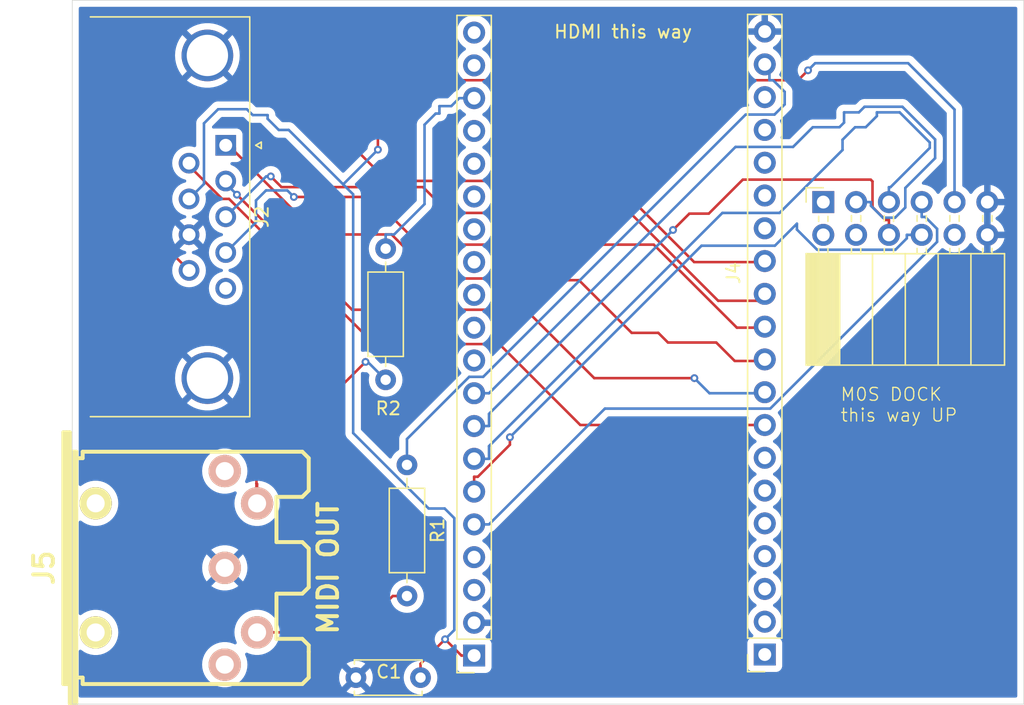
<source format=kicad_pcb>
(kicad_pcb (version 20221018) (generator pcbnew)
  (layers (0 "F.Cu" signal) (31 "B.Cu" signal) (34 "B.Paste" user) (35 "F.Paste" user) (36 "B.SilkS" user "B.Silkscreen") (37 "F.SilkS" user "F.Silkscreen") (38 "B.Mask" user) (39 "F.Mask" user) (44 "Edge.Cuts" user))
  (net 0 "")
  (net 11 "+3V3")
  (net 28 "GND")
  (net 30 "Net-(J5-Pad4)")
  (net 32 "down")
  (net 33 "up")
  (net 34 "right")
  (net 35 "left")
  (net 36 "btn1")
  (net 37 "btn0")
  (net 38 "miso")
  (net 39 "mosi")
  (net 40 "csn")
  (net 41 "sck")
  (net 42 "irq")
  (net 43 "midi-out")
  (net 45 "+5V")
  (net 46 "Net-(J5-Pad5)")
  (footprint "Connector_PinSocket_2.54mm:PinSocket_1x20_P2.54mm_Vertical" (layer "F.Cu") (at 122.55 81.24 180)
    (fp_text reference "J3" hide)
    (fp_text value "Conn_01x20_Socket" hide)
    (fp_line (start -1.33 1.27) (end -1.33 49.59) (stroke (width 0.12)) (layer "F.SilkS"))
    (fp_line (start -1.33 1.27) (end 1.33 1.27) (stroke (width 0.12)) (layer "F.SilkS"))
    (fp_line (start -1.33 49.59) (end 1.33 49.59) (stroke (width 0.12)) (layer "F.SilkS"))
    (fp_line (start 0 -1.33) (end 1.33 -1.33) (stroke (width 0.12)) (layer "F.SilkS"))
    (fp_line (start 1.33 -1.33) (end 1.33 0) (stroke (width 0.12)) (layer "F.SilkS"))
    (fp_line (start 1.33 1.27) (end 1.33 49.59) (stroke (width 0.12)) (layer "F.SilkS"))
    (pad "1" thru_hole rect (at 0 0 180) (size 1.7 1.7) (drill 1) (layers "*.Cu" "*.Mask") (net 45 "+5V"))
    (pad "2" thru_hole oval (at 0 2.54 180) (size 1.7 1.7) (drill 1) (layers "*.Cu" "*.Mask") (net 28 "GND"))
    (pad "3" thru_hole oval (at 0 5.08 180) (size 1.7 1.7) (drill 1) (layers "*.Cu" "*.Mask"))
    (pad "4" thru_hole oval (at 0 7.62 180) (size 1.7 1.7) (drill 1) (layers "*.Cu" "*.Mask"))
    (pad "5" thru_hole oval (at 0 10.16 180) (size 1.7 1.7) (drill 1) (layers "*.Cu" "*.Mask") (net 38 "miso"))
    (pad "6" thru_hole oval (at 0 12.7 180) (size 1.7 1.7) (drill 1) (layers "*.Cu" "*.Mask") (net 39 "mosi"))
    (pad "7" thru_hole oval (at 0 15.24 180) (size 1.7 1.7) (drill 1) (layers "*.Cu" "*.Mask") (net 40 "csn"))
    (pad "8" thru_hole oval (at 0 17.78 180) (size 1.7 1.7) (drill 1) (layers "*.Cu" "*.Mask") (net 41 "sck"))
    (pad "9" thru_hole oval (at 0 20.32 180) (size 1.7 1.7) (drill 1) (layers "*.Cu" "*.Mask") (net 42 "irq"))
    (pad "10" thru_hole oval (at 0 22.86 180) (size 1.7 1.7) (drill 1) (layers "*.Cu" "*.Mask"))
    (pad "11" thru_hole oval (at 0 25.4 180) (size 1.7 1.7) (drill 1) (layers "*.Cu" "*.Mask"))
    (pad "12" thru_hole oval (at 0 27.94 180) (size 1.7 1.7) (drill 1) (layers "*.Cu" "*.Mask"))
    (pad "13" thru_hole oval (at 0 30.48 180) (size 1.7 1.7) (drill 1) (layers "*.Cu" "*.Mask"))
    (pad "14" thru_hole oval (at 0 33.02 180) (size 1.7 1.7) (drill 1) (layers "*.Cu" "*.Mask"))
    (pad "15" thru_hole oval (at 0 35.56 180) (size 1.7 1.7) (drill 1) (layers "*.Cu" "*.Mask"))
    (pad "16" thru_hole oval (at 0 38.1 180) (size 1.7 1.7) (drill 1) (layers "*.Cu" "*.Mask"))
    (pad "17" thru_hole oval (at 0 40.64 180) (size 1.7 1.7) (drill 1) (layers "*.Cu" "*.Mask"))
    (pad "18" thru_hole oval (at 0 43.18 180) (size 1.7 1.7) (drill 1) (layers "*.Cu" "*.Mask") (net 43 "midi-out"))
    (pad "19" thru_hole oval (at 0 45.72 180) (size 1.7 1.7) (drill 1) (layers "*.Cu" "*.Mask"))
    (pad "20" thru_hole oval (at 0 48.26 180) (size 1.7 1.7) (drill 1) (layers "*.Cu" "*.Mask"))
  )
  (footprint "Connector_PinSocket_2.54mm:PinSocket_1x20_P2.54mm_Vertical" (layer "F.Cu") (at 145.05 81.16 180)
    (fp_text reference "J1" hide)
    (fp_text value "Conn_01x20_Socket" hide)
    (fp_line (start -1.33 1.27) (end -1.33 49.59) (stroke (width 0.12)) (layer "F.SilkS"))
    (fp_line (start -1.33 1.27) (end 1.33 1.27) (stroke (width 0.12)) (layer "F.SilkS"))
    (fp_line (start -1.33 49.59) (end 1.33 49.59) (stroke (width 0.12)) (layer "F.SilkS"))
    (fp_line (start 0 -1.33) (end 1.33 -1.33) (stroke (width 0.12)) (layer "F.SilkS"))
    (fp_line (start 1.33 -1.33) (end 1.33 0) (stroke (width 0.12)) (layer "F.SilkS"))
    (fp_line (start 1.33 1.27) (end 1.33 49.59) (stroke (width 0.12)) (layer "F.SilkS"))
    (pad "1" thru_hole rect (at 0 0 180) (size 1.7 1.7) (drill 1) (layers "*.Cu" "*.Mask"))
    (pad "2" thru_hole oval (at 0 2.54 180) (size 1.7 1.7) (drill 1) (layers "*.Cu" "*.Mask"))
    (pad "3" thru_hole oval (at 0 5.08 180) (size 1.7 1.7) (drill 1) (layers "*.Cu" "*.Mask"))
    (pad "4" thru_hole oval (at 0 7.62 180) (size 1.7 1.7) (drill 1) (layers "*.Cu" "*.Mask"))
    (pad "5" thru_hole oval (at 0 10.16 180) (size 1.7 1.7) (drill 1) (layers "*.Cu" "*.Mask"))
    (pad "6" thru_hole oval (at 0 12.7 180) (size 1.7 1.7) (drill 1) (layers "*.Cu" "*.Mask"))
    (pad "7" thru_hole oval (at 0 15.24 180) (size 1.7 1.7) (drill 1) (layers "*.Cu" "*.Mask"))
    (pad "8" thru_hole oval (at 0 17.78 180) (size 1.7 1.7) (drill 1) (layers "*.Cu" "*.Mask") (net 37 "btn0"))
    (pad "9" thru_hole oval (at 0 20.32 180) (size 1.7 1.7) (drill 1) (layers "*.Cu" "*.Mask") (net 32 "down"))
    (pad "10" thru_hole oval (at 0 22.86 180) (size 1.7 1.7) (drill 1) (layers "*.Cu" "*.Mask") (net 33 "up"))
    (pad "11" thru_hole oval (at 0 25.4 180) (size 1.7 1.7) (drill 1) (layers "*.Cu" "*.Mask") (net 34 "right"))
    (pad "12" thru_hole oval (at 0 27.94 180) (size 1.7 1.7) (drill 1) (layers "*.Cu" "*.Mask") (net 35 "left"))
    (pad "13" thru_hole oval (at 0 30.48 180) (size 1.7 1.7) (drill 1) (layers "*.Cu" "*.Mask") (net 36 "btn1"))
    (pad "14" thru_hole oval (at 0 33.02 180) (size 1.7 1.7) (drill 1) (layers "*.Cu" "*.Mask"))
    (pad "15" thru_hole oval (at 0 35.56 180) (size 1.7 1.7) (drill 1) (layers "*.Cu" "*.Mask"))
    (pad "16" thru_hole oval (at 0 38.1 180) (size 1.7 1.7) (drill 1) (layers "*.Cu" "*.Mask"))
    (pad "17" thru_hole oval (at 0 40.64 180) (size 1.7 1.7) (drill 1) (layers "*.Cu" "*.Mask"))
    (pad "18" thru_hole oval (at 0 43.18 180) (size 1.7 1.7) (drill 1) (layers "*.Cu" "*.Mask"))
    (pad "19" thru_hole oval (at 0 45.72 180) (size 1.7 1.7) (drill 1) (layers "*.Cu" "*.Mask") (net 11 "+3V3"))
    (pad "20" thru_hole oval (at 0 48.26 180) (size 1.7 1.7) (drill 1) (layers "*.Cu" "*.Mask") (net 28 "GND"))
  )
  (footprint "Connector_Dsub:DSUB-9_Male_Horizontal_P2.77x2.84mm_EdgePinOffset7.70mm_Housed_MountingHolesOffset9.12mm" (layer "F.Cu") (at 103.32 41.71 -90)
    (fp_text reference "J2" (at 5.54 -2.8 90) (layer "F.SilkS"))
    (fp_text value "Joy")
    (fp_line (start -9.945 -1.86) (end 21.025 -1.86) (stroke (width 0.12)) (layer "F.SilkS"))
    (fp_line (start -9.945 10.48) (end -9.945 -1.86) (stroke (width 0.12)) (layer "F.SilkS"))
    (fp_line (start -0.25 -2.754338) (end 0.25 -2.754338) (stroke (width 0.12)) (layer "F.SilkS"))
    (fp_line (start 0 -2.321325) (end -0.25 -2.754338) (stroke (width 0.12)) (layer "F.SilkS"))
    (fp_line (start 0.25 -2.754338) (end 0 -2.321325) (stroke (width 0.12)) (layer "F.SilkS"))
    (fp_line (start 21.025 -1.86) (end 21.025 10.48) (stroke (width 0.12)) (layer "F.SilkS"))
    (pad "0" thru_hole circle (at -6.96 1.42 270) (size 4 4) (drill 3.2) (layers "*.Cu" "*.Mask") (net 28 "GND"))
    (pad "0" thru_hole circle (at 18.04 1.42 270) (size 4 4) (drill 3.2) (layers "*.Cu" "*.Mask") (net 28 "GND"))
    (pad "1" thru_hole rect (at 0 0 270) (size 1.6 1.6) (drill 1) (layers "*.Cu" "*.Mask") (net 33 "up"))
    (pad "2" thru_hole circle (at 2.77 0 270) (size 1.6 1.6) (drill 1) (layers "*.Cu" "*.Mask") (net 32 "down"))
    (pad "3" thru_hole circle (at 5.54 0 270) (size 1.6 1.6) (drill 1) (layers "*.Cu" "*.Mask") (net 35 "left"))
    (pad "4" thru_hole circle (at 8.31 0 270) (size 1.6 1.6) (drill 1) (layers "*.Cu" "*.Mask") (net 34 "right"))
    (pad "5" thru_hole circle (at 11.08 0 270) (size 1.6 1.6) (drill 1) (layers "*.Cu" "*.Mask"))
    (pad "6" thru_hole circle (at 1.385 2.84 270) (size 1.6 1.6) (drill 1) (layers "*.Cu" "*.Mask") (net 37 "btn0"))
    (pad "7" thru_hole circle (at 4.155 2.84 270) (size 1.6 1.6) (drill 1) (layers "*.Cu" "*.Mask") (net 45 "+5V"))
    (pad "8" thru_hole circle (at 6.925 2.84 270) (size 1.6 1.6) (drill 1) (layers "*.Cu" "*.Mask") (net 28 "GND"))
    (pad "9" thru_hole circle (at 9.695 2.84 270) (size 1.6 1.6) (drill 1) (layers "*.Cu" "*.Mask") (net 36 "btn1"))
  )
  (footprint "Capacitor_THT:C_Disc_D5.0mm_W2.5mm_P5.00mm" (layer "F.Cu") (at 118.4 82.95 180)
    (fp_text reference "C1" (at 2.45 0.45) (layer "F.SilkS"))
    (fp_text value "100n")
    (fp_line (start -0.12 -1.37) (end -0.12 -1.055) (stroke (width 0.12)) (layer "F.SilkS"))
    (fp_line (start -0.12 -1.37) (end 5.12 -1.37) (stroke (width 0.12)) (layer "F.SilkS"))
    (fp_line (start -0.12 1.055) (end -0.12 1.37) (stroke (width 0.12)) (layer "F.SilkS"))
    (fp_line (start -0.12 1.37) (end 5.12 1.37) (stroke (width 0.12)) (layer "F.SilkS"))
    (fp_line (start 5.12 -1.37) (end 5.12 -1.055) (stroke (width 0.12)) (layer "F.SilkS"))
    (fp_line (start 5.12 1.055) (end 5.12 1.37) (stroke (width 0.12)) (layer "F.SilkS"))
    (pad "1" thru_hole circle (at 0 0 180) (size 1.6 1.6) (drill 0.8) (layers "*.Cu" "*.Mask") (net 45 "+5V"))
    (pad "2" thru_hole circle (at 5 0 180) (size 1.6 1.6) (drill 0.8) (layers "*.Cu" "*.Mask") (net 28 "GND"))
  )
  (footprint "Resistor_THT:R_Axial_DIN0207_L6.3mm_D2.5mm_P10.16mm_Horizontal" (layer "F.Cu") (at 117.35 66.47 -90)
    (fp_text reference "R1" (at 5.08 -2.37 90) (layer "F.SilkS"))
    (fp_text value "100")
    (fp_line (start 1.04 0) (end 1.81 0) (stroke (width 0.12)) (layer "F.SilkS"))
    (fp_line (start 1.81 -1.37) (end 1.81 1.37) (stroke (width 0.12)) (layer "F.SilkS"))
    (fp_line (start 1.81 1.37) (end 8.35 1.37) (stroke (width 0.12)) (layer "F.SilkS"))
    (fp_line (start 8.35 -1.37) (end 1.81 -1.37) (stroke (width 0.12)) (layer "F.SilkS"))
    (fp_line (start 8.35 1.37) (end 8.35 -1.37) (stroke (width 0.12)) (layer "F.SilkS"))
    (fp_line (start 9.12 0) (end 8.35 0) (stroke (width 0.12)) (layer "F.SilkS"))
    (pad "1" thru_hole circle (at 0 0 270) (size 1.6 1.6) (drill 0.8) (layers "*.Cu" "*.Mask") (net 11 "+3V3"))
    (pad "2" thru_hole oval (at 10.16 0 270) (size 1.6 1.6) (drill 0.8) (layers "*.Cu" "*.Mask") (net 30 "Net-(J5-Pad4)"))
  )
  (footprint "Eurocad:MIDI_DIN5" (layer "F.Cu") (at 100.2477 74.4487 -90)
    (fp_text reference "J5" (at 0 11.00074 90) (layer "F.SilkS") (effects (font (size 1.524 1.524) (thickness 0.3048))))
    (fp_text value "MIDI OUT" (at 0 -11.00074 90) (layer "F.SilkS") (effects (font (size 1.524 1.524) (thickness 0.3048))))
    (fp_line (start -10.50036 8.99922) (end -8.99922 8.99922) (stroke (width 0.3048)) (layer "F.SilkS"))
    (fp_line (start -10.50036 9.25068) (end 8.99922 9.25068) (stroke (width 0.3048)) (layer "F.SilkS"))
    (fp_line (start -10.50036 9.4996) (end -10.50036 8.99922) (stroke (width 0.3048)) (layer "F.SilkS"))
    (fp_line (start -8.99922 -8.99922) (end -8.99922 8.001) (stroke (width 0.3048)) (layer "F.SilkS"))
    (fp_line (start -8.99922 -8.99922) (end -8.49884 -9.4996) (stroke (width 0.3048)) (layer "F.SilkS"))
    (fp_line (start -8.99922 8.001) (end -8.49884 8.001) (stroke (width 0.3048)) (layer "F.SilkS"))
    (fp_line (start -8.99922 8.49884) (end 10.50036 8.49884) (stroke (width 0.3048)) (layer "F.SilkS"))
    (fp_line (start -8.99922 8.7503) (end 10.50036 8.7503) (stroke (width 0.3048)) (layer "F.SilkS"))
    (fp_line (start -8.99922 8.99922) (end -8.99922 8.49884) (stroke (width 0.3048)) (layer "F.SilkS"))
    (fp_line (start -8.49884 -9.4996) (end -5.99948 -9.4996) (stroke (width 0.3048)) (layer "F.SilkS"))
    (fp_line (start -8.49884 8.001) (end -8.49884 8.49884) (stroke (width 0.3048)) (layer "F.SilkS"))
    (fp_line (start -5.99948 -9.4996) (end -5.4991 -8.99922) (stroke (width 0.3048)) (layer "F.SilkS"))
    (fp_line (start -5.4991 -8.99922) (end -5.4991 -7.00024) (stroke (width 0.3048)) (layer "F.SilkS"))
    (fp_line (start -5.4991 -7.00024) (end -1.99898 -7.00024) (stroke (width 0.3048)) (layer "F.SilkS"))
    (fp_line (start -1.99898 -8.99922) (end -1.99898 -7.00024) (stroke (width 0.3048)) (layer "F.SilkS"))
    (fp_line (start -1.50114 -9.4996) (end -1.99898 -8.99922) (stroke (width 0.3048)) (layer "F.SilkS"))
    (fp_line (start -1.50114 -9.4996) (end 1.50114 -9.4996) (stroke (width 0.3048)) (layer "F.SilkS"))
    (fp_line (start 1.50114 -9.4996) (end 1.99898 -8.99922) (stroke (width 0.3048)) (layer "F.SilkS"))
    (fp_line (start 1.99898 -8.99922) (end 1.99898 -7.00024) (stroke (width 0.3048)) (layer "F.SilkS"))
    (fp_line (start 5.4991 -8.99922) (end 5.4991 -7.00024) (stroke (width 0.3048)) (layer "F.SilkS"))
    (fp_line (start 5.4991 -7.00024) (end 1.99898 -7.00024) (stroke (width 0.3048)) (layer "F.SilkS"))
    (fp_line (start 5.99948 -9.4996) (end 5.4991 -8.99922) (stroke (width 0.3048)) (layer "F.SilkS"))
    (fp_line (start 6.49986 -9.4996) (end 5.99948 -9.4996) (stroke (width 0.3048)) (layer "F.SilkS"))
    (fp_line (start 8.49884 -9.4996) (end 6.49986 -9.4996) (stroke (width 0.3048)) (layer "F.SilkS"))
    (fp_line (start 8.49884 8.49884) (end 8.49884 8.001) (stroke (width 0.3048)) (layer "F.SilkS"))
    (fp_line (start 8.99922 -8.99922) (end 8.49884 -9.4996) (stroke (width 0.3048)) (layer "F.SilkS"))
    (fp_line (start 8.99922 -8.99922) (end 8.99922 8.001) (stroke (width 0.3048)) (layer "F.SilkS"))
    (fp_line (start 8.99922 8.001) (end 8.49884 8.001) (stroke (width 0.3048)) (layer "F.SilkS"))
    (fp_line (start 8.99922 8.99922) (end -8.99922 8.99922) (stroke (width 0.3048)) (layer "F.SilkS"))
    (fp_line (start 8.99922 8.99922) (end 8.99922 9.4996) (stroke (width 0.3048)) (layer "F.SilkS"))
    (fp_line (start 8.99922 9.4996) (end -10.50036 9.4996) (stroke (width 0.3048)) (layer "F.SilkS"))
    (fp_line (start 10.50036 8.49884) (end 10.50036 8.99922) (stroke (width 0.3048)) (layer "F.SilkS"))
    (fp_line (start 10.50036 8.99922) (end 8.99922 8.99922) (stroke (width 0.3048)) (layer "F.SilkS"))
    (pad "" np_thru_hole circle (at -5.00126 6.9977 270) (size 2.49936 2.49936) (drill 1.397) (layers "*.Cu" "*.Mask" "F.SilkS"))
    (pad "" np_thru_hole circle (at 5.00126 6.9977 270) (size 2.49936 2.49936) (drill 1.397) (layers "*.Cu" "*.Mask" "F.SilkS"))
    (pad "1" thru_hole circle (at 7.49808 -2.9972 270) (size 2.49936 2.49936) (drill 1.397) (layers "*.Cu" "*.SilkS" "*.Mask"))
    (pad "2" thru_hole circle (at 0 -2.99974 270) (size 2.49936 2.49936) (drill 1.397) (layers "*.Cu" "*.SilkS" "*.Mask") (net 28 "GND"))
    (pad "3" thru_hole circle (at -7.49808 -2.9972 270) (size 2.49936 2.49936) (drill 1.397) (layers "*.Cu" "*.SilkS" "*.Mask"))
    (pad "4" thru_hole circle (at 4.99618 -5.4991 270) (size 2.49936 2.49936) (drill 1.397) (layers "*.Cu" "*.SilkS" "*.Mask") (net 30 "Net-(J5-Pad4)"))
    (pad "5" thru_hole circle (at -4.99618 -5.4991 270) (size 2.49936 2.49936) (drill 1.397) (layers "*.Cu" "*.SilkS" "*.Mask") (net 46 "Net-(J5-Pad5)"))
  )
  (footprint "Resistor_THT:R_Axial_DIN0207_L6.3mm_D2.5mm_P10.16mm_Horizontal" (layer "F.Cu") (at 115.7 59.88 90)
    (fp_text reference "R2" (at -2.22 0.2 180) (layer "F.SilkS"))
    (fp_text value "100")
    (fp_line (start 1.04 0) (end 1.81 0) (stroke (width 0.12)) (layer "F.SilkS"))
    (fp_line (start 1.81 -1.37) (end 1.81 1.37) (stroke (width 0.12)) (layer "F.SilkS"))
    (fp_line (start 1.81 1.37) (end 8.35 1.37) (stroke (width 0.12)) (layer "F.SilkS"))
    (fp_line (start 8.35 -1.37) (end 1.81 -1.37) (stroke (width 0.12)) (layer "F.SilkS"))
    (fp_line (start 8.35 1.37) (end 8.35 -1.37) (stroke (width 0.12)) (layer "F.SilkS"))
    (fp_line (start 9.12 0) (end 8.35 0) (stroke (width 0.12)) (layer "F.SilkS"))
    (pad "1" thru_hole circle (at 0 0 90) (size 1.6 1.6) (drill 0.8) (layers "*.Cu" "*.Mask") (net 46 "Net-(J5-Pad5)"))
    (pad "2" thru_hole oval (at 10.16 0 90) (size 1.6 1.6) (drill 0.8) (layers "*.Cu" "*.Mask") (net 43 "midi-out"))
  )
  (footprint "Connector_PinSocket_2.54mm:PinSocket_2x06_P2.54mm_Horizontal" (layer "F.Cu") (at 149.58 46.11 90)
    (fp_text reference "J4" (at -5.49 -6.95 90) (layer "F.SilkS"))
    (fp_text value "M0S")
    (fp_line (start -12.63 -1.33) (end -12.63 14.03) (stroke (width 0.12)) (layer "F.SilkS"))
    (fp_line (start -12.63 -1.33) (end -4 -1.33) (stroke (width 0.12)) (layer "F.SilkS"))
    (fp_line (start -12.63 -1.21) (end -4 -1.21) (stroke (width 0.12)) (layer "F.SilkS"))
    (fp_line (start -12.63 -1.091905) (end -4 -1.091905) (stroke (width 0.12)) (layer "F.SilkS"))
    (fp_line (start -12.63 -0.97381) (end -4 -0.97381) (stroke (width 0.12)) (layer "F.SilkS"))
    (fp_line (start -12.63 -0.855715) (end -4 -0.855715) (stroke (width 0.12)) (layer "F.SilkS"))
    (fp_line (start -12.63 -0.73762) (end -4 -0.73762) (stroke (width 0.12)) (layer "F.SilkS"))
    (fp_line (start -12.63 -0.619525) (end -4 -0.619525) (stroke (width 0.12)) (layer "F.SilkS"))
    (fp_line (start -12.63 -0.50143) (end -4 -0.50143) (stroke (width 0.12)) (layer "F.SilkS"))
    (fp_line (start -12.63 -0.383335) (end -4 -0.383335) (stroke (width 0.12)) (layer "F.SilkS"))
    (fp_line (start -12.63 -0.26524) (end -4 -0.26524) (stroke (width 0.12)) (layer "F.SilkS"))
    (fp_line (start -12.63 -0.147145) (end -4 -0.147145) (stroke (width 0.12)) (layer "F.SilkS"))
    (fp_line (start -12.63 -0.02905) (end -4 -0.02905) (stroke (width 0.12)) (layer "F.SilkS"))
    (fp_line (start -12.63 0.089045) (end -4 0.089045) (stroke (width 0.12)) (layer "F.SilkS"))
    (fp_line (start -12.63 0.20714) (end -4 0.20714) (stroke (width 0.12)) (layer "F.SilkS"))
    (fp_line (start -12.63 0.325235) (end -4 0.325235) (stroke (width 0.12)) (layer "F.SilkS"))
    (fp_line (start -12.63 0.44333) (end -4 0.44333) (stroke (width 0.12)) (layer "F.SilkS"))
    (fp_line (start -12.63 0.561425) (end -4 0.561425) (stroke (width 0.12)) (layer "F.SilkS"))
    (fp_line (start -12.63 0.67952) (end -4 0.67952) (stroke (width 0.12)) (layer "F.SilkS"))
    (fp_line (start -12.63 0.797615) (end -4 0.797615) (stroke (width 0.12)) (layer "F.SilkS"))
    (fp_line (start -12.63 0.91571) (end -4 0.91571) (stroke (width 0.12)) (layer "F.SilkS"))
    (fp_line (start -12.63 1.033805) (end -4 1.033805) (stroke (width 0.12)) (layer "F.SilkS"))
    (fp_line (start -12.63 1.1519) (end -4 1.1519) (stroke (width 0.12)) (layer "F.SilkS"))
    (fp_line (start -12.63 1.27) (end -4 1.27) (stroke (width 0.12)) (layer "F.SilkS"))
    (fp_line (start -12.63 3.81) (end -4 3.81) (stroke (width 0.12)) (layer "F.SilkS"))
    (fp_line (start -12.63 6.35) (end -4 6.35) (stroke (width 0.12)) (layer "F.SilkS"))
    (fp_line (start -12.63 8.89) (end -4 8.89) (stroke (width 0.12)) (layer "F.SilkS"))
    (fp_line (start -12.63 11.43) (end -4 11.43) (stroke (width 0.12)) (layer "F.SilkS"))
    (fp_line (start -12.63 14.03) (end -4 14.03) (stroke (width 0.12)) (layer "F.SilkS"))
    (fp_line (start -4 -1.33) (end -4 14.03) (stroke (width 0.12)) (layer "F.SilkS"))
    (fp_line (start -4 -0.36) (end -3.59 -0.36) (stroke (width 0.12)) (layer "F.SilkS"))
    (fp_line (start -4 0.36) (end -3.59 0.36) (stroke (width 0.12)) (layer "F.SilkS"))
    (fp_line (start -4 2.18) (end -3.59 2.18) (stroke (width 0.12)) (layer "F.SilkS"))
    (fp_line (start -4 2.9) (end -3.59 2.9) (stroke (width 0.12)) (layer "F.SilkS"))
    (fp_line (start -4 4.72) (end -3.59 4.72) (stroke (width 0.12)) (layer "F.SilkS"))
    (fp_line (start -4 5.44) (end -3.59 5.44) (stroke (width 0.12)) (layer "F.SilkS"))
    (fp_line (start -4 7.26) (end -3.59 7.26) (stroke (width 0.12)) (layer "F.SilkS"))
    (fp_line (start -4 7.98) (end -3.59 7.98) (stroke (width 0.12)) (layer "F.SilkS"))
    (fp_line (start -4 9.8) (end -3.59 9.8) (stroke (width 0.12)) (layer "F.SilkS"))
    (fp_line (start -4 10.52) (end -3.59 10.52) (stroke (width 0.12)) (layer "F.SilkS"))
    (fp_line (start -4 12.34) (end -3.59 12.34) (stroke (width 0.12)) (layer "F.SilkS"))
    (fp_line (start -4 13.06) (end -3.59 13.06) (stroke (width 0.12)) (layer "F.SilkS"))
    (fp_line (start -1.49 -0.36) (end -1.11 -0.36) (stroke (width 0.12)) (layer "F.SilkS"))
    (fp_line (start -1.49 0.36) (end -1.11 0.36) (stroke (width 0.12)) (layer "F.SilkS"))
    (fp_line (start -1.49 2.18) (end -1.05 2.18) (stroke (width 0.12)) (layer "F.SilkS"))
    (fp_line (start -1.49 2.9) (end -1.05 2.9) (stroke (width 0.12)) (layer "F.SilkS"))
    (fp_line (start -1.49 4.72) (end -1.05 4.72) (stroke (width 0.12)) (layer "F.SilkS"))
    (fp_line (start -1.49 5.44) (end -1.05 5.44) (stroke (width 0.12)) (layer "F.SilkS"))
    (fp_line (start -1.49 7.26) (end -1.05 7.26) (stroke (width 0.12)) (layer "F.SilkS"))
    (fp_line (start -1.49 7.98) (end -1.05 7.98) (stroke (width 0.12)) (layer "F.SilkS"))
    (fp_line (start -1.49 9.8) (end -1.05 9.8) (stroke (width 0.12)) (layer "F.SilkS"))
    (fp_line (start -1.49 10.52) (end -1.05 10.52) (stroke (width 0.12)) (layer "F.SilkS"))
    (fp_line (start -1.49 12.34) (end -1.05 12.34) (stroke (width 0.12)) (layer "F.SilkS"))
    (fp_line (start -1.49 13.06) (end -1.05 13.06) (stroke (width 0.12)) (layer "F.SilkS"))
    (fp_line (start 0 -1.33) (end 1.11 -1.33) (stroke (width 0.12)) (layer "F.SilkS"))
    (fp_line (start 1.11 -1.33) (end 1.11 0) (stroke (width 0.12)) (layer "F.SilkS"))
    (pad "1" thru_hole rect (at 0 0 90) (size 1.7 1.7) (drill 1) (layers "*.Cu" "*.Mask"))
    (pad "2" thru_hole oval (at -2.54 0 90) (size 1.7 1.7) (drill 1) (layers "*.Cu" "*.Mask"))
    (pad "3" thru_hole oval (at 0 2.54 90) (size 1.7 1.7) (drill 1) (layers "*.Cu" "*.Mask") (net 42 "irq"))
    (pad "4" thru_hole oval (at -2.54 2.54 90) (size 1.7 1.7) (drill 1) (layers "*.Cu" "*.Mask"))
    (pad "5" thru_hole oval (at 0 5.08 90) (size 1.7 1.7) (drill 1) (layers "*.Cu" "*.Mask") (net 40 "csn"))
    (pad "6" thru_hole oval (at -2.54 5.08 90) (size 1.7 1.7) (drill 1) (layers "*.Cu" "*.Mask") (net 41 "sck"))
    (pad "7" thru_hole oval (at 0 7.62 90) (size 1.7 1.7) (drill 1) (layers "*.Cu" "*.Mask") (net 38 "miso"))
    (pad "8" thru_hole oval (at -2.54 7.62 90) (size 1.7 1.7) (drill 1) (layers "*.Cu" "*.Mask") (net 39 "mosi"))
    (pad "9" thru_hole oval (at 0 10.16 90) (size 1.7 1.7) (drill 1) (layers "*.Cu" "*.Mask") (net 45 "+5V"))
    (pad "10" thru_hole oval (at -2.54 10.16 90) (size 1.7 1.7) (drill 1) (layers "*.Cu" "*.Mask"))
    (pad "11" thru_hole oval (at 0 12.7 90) (size 1.7 1.7) (drill 1) (layers "*.Cu" "*.Mask") (net 28 "GND"))
    (pad "12" thru_hole oval (at -2.54 12.7 90) (size 1.7 1.7) (drill 1) (layers "*.Cu" "*.Mask") (net 28 "GND"))
  )
  (gr_rect (start 91.44 30.48) (end 165.1 85) (stroke (width 0.05)) (fill none) (layer "Edge.Cuts"))
  (gr_text "M0S DOCK\nthis way UP" (at 150.85 63.2) (layer "F.SilkS") (effects (font (size 1 1) (thickness 0.1)) (justify left bottom)))
  (gr_text "HDMI this way" (at 128.65 33.5) (layer "F.SilkS") (effects (font (size 1 1)) (justify left bottom)))
  (segment (start 123.253 59.6485) (end 122.169 59.6485) (width 0.2) (layer "B.Cu") (net 11))
  (segment (start 146.593 37.5672) (end 146.593 38.5408) (width 0.2) (layer "B.Cu") (net 11))
  (segment (start 143.572 39.33) (end 123.253 59.6485) (width 0.2) (layer "B.Cu") (net 11))
  (segment (start 145.05 35.7359) (end 145.41 36.0959) (width 0.2) (layer "B.Cu") (net 11))
  (segment (start 117.35 64.4674) (end 117.35 66.47) (width 0.2) (layer "B.Cu") (net 11))
  (segment (start 145.41 36.0959) (end 145.41 36.6719) (width 0.2) (layer "B.Cu") (net 11))
  (segment (start 145.804 39.33) (end 143.572 39.33) (width 0.2) (layer "B.Cu") (net 11))
  (segment (start 145.41 36.6719) (end 145.698 36.6719) (width 0.2) (layer "B.Cu") (net 11))
  (segment (start 122.169 59.6485) (end 117.35 64.4674) (width 0.2) (layer "B.Cu") (net 11))
  (segment (start 145.698 36.6719) (end 146.593 37.5672) (width 0.2) (layer "B.Cu") (net 11))
  (segment (start 146.593 38.5408) (end 145.804 39.33) (width 0.2) (layer "B.Cu") (net 11))
  (segment (start 117.35 76.63) (end 116.248 76.63) (width 0.2) (layer "F.Cu") (net 30))
  (segment (start 116.248 76.63) (end 113.433 79.4449) (width 0.2) (layer "F.Cu") (net 30))
  (segment (start 113.433 79.4449) (end 105.747 79.4449) (width 0.2) (layer "F.Cu") (net 30))
  (segment (start 104.186 45.5357) (end 113.1 54.45) (width 0.2) (layer "F.Cu") (net 32))
  (segment (start 131.85 59.75) (end 139.6 59.75) (width 0.2) (layer "F.Cu") (net 32))
  (segment (start 125.75 54.45) (end 126.15 54.05) (width 0.2) (layer "F.Cu") (net 32))
  (segment (start 113.1 54.45) (end 125.75 54.45) (width 0.2) (layer "F.Cu") (net 32))
  (segment (start 126.15 54.05) (end 131.85 59.75) (width 0.2) (layer "F.Cu") (net 32))
  (via (at 139.6 59.75) (size 0.6) (drill 0.3) (layers "F.Cu" "B.Cu") (net 32))
  (via (at 104.186 45.5357) (size 0.6) (drill 0.3) (layers "F.Cu" "B.Cu") (net 32))
  (segment (start 139.6 59.75) (end 140.77 60.92) (width 0.2) (layer "B.Cu") (net 32))
  (segment (start 103.32 44.67) (end 104.186 45.5357) (width 0.2) (layer "B.Cu") (net 32))
  (segment (start 140.77 60.92) (end 144.97 60.92) (width 0.2) (layer "B.Cu") (net 32))
  (segment (start 104.022 42.198) (end 110.461 48.6375) (width 0.2) (layer "F.Cu") (net 33))
  (segment (start 104.022 41.91) (end 104.022 42.198) (width 0.2) (layer "F.Cu") (net 33))
  (segment (start 120.448 52.03) (end 123.7 52.03) (width 0.2) (layer "F.Cu") (net 33))
  (segment (start 118.428 50.0102) (end 120.448 52.03) (width 0.2) (layer "F.Cu") (net 33))
  (segment (start 103.822 41.71) (end 104.022 41.91) (width 0.2) (layer "F.Cu") (net 33))
  (segment (start 123.831 52.1603) (end 130.664 52.1603) (width 0.2) (layer "F.Cu") (net 33))
  (segment (start 142.723 58.42) (end 144.93 58.42) (width 0.2) (layer "F.Cu") (net 33))
  (segment (start 110.479 48.6196) (end 114.241 48.6196) (width 0.2) (layer "F.Cu") (net 33))
  (segment (start 136.806 56.2404) (end 137.556 56.9904) (width 0.2) (layer "F.Cu") (net 33))
  (segment (start 130.664 52.1603) (end 134.744 56.2404) (width 0.2) (layer "F.Cu") (net 33))
  (segment (start 134.744 56.2404) (end 136.806 56.2404) (width 0.2) (layer "F.Cu") (net 33))
  (segment (start 123.7 52.03) (end 123.831 52.1603) (width 0.2) (layer "F.Cu") (net 33))
  (segment (start 114.241 48.6196) (end 114.243 48.6181) (width 0.2) (layer "F.Cu") (net 33))
  (segment (start 116.156 48.6181) (end 117.549 50.0102) (width 0.2) (layer "F.Cu") (net 33))
  (segment (start 137.556 56.9904) (end 141.293 56.9904) (width 0.2) (layer "F.Cu") (net 33))
  (segment (start 141.293 56.9904) (end 142.723 58.42) (width 0.2) (layer "F.Cu") (net 33))
  (segment (start 110.461 48.6374) (end 110.479 48.6196) (width 0.2) (layer "F.Cu") (net 33))
  (segment (start 117.549 50.0102) (end 118.428 50.0102) (width 0.2) (layer "F.Cu") (net 33))
  (segment (start 114.243 48.6181) (end 116.156 48.6181) (width 0.2) (layer "F.Cu") (net 33))
  (segment (start 110.461 48.6375) (end 110.461 48.6374) (width 0.2) (layer "F.Cu") (net 33))
  (segment (start 114.621 45.7133) (end 118.314 49.4069) (width 0.2) (layer "F.Cu") (net 34))
  (segment (start 136.456 49.4069) (end 142.89 55.84) (width 0.2) (layer "F.Cu") (net 34))
  (segment (start 118.314 49.4069) (end 136.456 49.4069) (width 0.2) (layer "F.Cu") (net 34))
  (segment (start 108.595 45.7133) (end 114.621 45.7133) (width 0.2) (layer "F.Cu") (net 34))
  (segment (start 142.89 55.84) (end 144.97 55.84) (width 0.2) (layer "F.Cu") (net 34))
  (via (at 108.595 45.7133) (size 0.6) (drill 0.3) (layers "F.Cu" "B.Cu") (net 34))
  (segment (start 108.089 45.2071) (end 108.595 45.7133) (width 0.2) (layer "B.Cu") (net 34))
  (segment (start 103.32 50.02) (end 105.664 47.6763) (width 0.2) (layer "B.Cu") (net 34))
  (segment (start 106.439 45.2071) (end 108.089 45.2071) (width 0.2) (layer "B.Cu") (net 34))
  (segment (start 105.664 47.6763) (end 105.664 45.9823) (width 0.2) (layer "B.Cu") (net 34))
  (segment (start 105.664 45.9823) (end 106.439 45.2071) (width 0.2) (layer "B.Cu") (net 34))
  (segment (start 144.954 53.756) (end 144.514 53.756) (width 0.2) (layer "F.Cu") (net 35))
  (segment (start 134.635 46.95) (end 120.592 46.95) (width 0.2) (layer "F.Cu") (net 35))
  (segment (start 120.592 46.95) (end 118.592 44.9499) (width 0.2) (layer "F.Cu") (net 35))
  (segment (start 144.514 53.756) (end 145.05 53.22) (width 0.2) (layer "F.Cu") (net 35))
  (segment (start 144.514 53.756) (end 141.441 53.756) (width 0.2) (layer "F.Cu") (net 35))
  (segment (start 141.441 53.756) (end 134.635 46.95) (width 0.2) (layer "F.Cu") (net 35))
  (segment (start 118.592 44.9499) (end 107.636 44.9499) (width 0.2) (layer "F.Cu") (net 35))
  (segment (start 107.636 44.9499) (end 106.808 44.1223) (width 0.2) (layer "F.Cu") (net 35))
  (via (at 106.808 44.1223) (size 0.6) (drill 0.3) (layers "F.Cu" "B.Cu") (net 35))
  (segment (start 106.448 44.1223) (end 106.808 44.1223) (width 0.2) (layer "B.Cu") (net 35))
  (segment (start 103.32 47.25) (end 106.448 44.1223) (width 0.2) (layer "B.Cu") (net 35))
  (segment (start 144.97 50.76) (end 139.586 50.76) (width 0.2) (layer "F.Cu") (net 36))
  (segment (start 97.3357 48.2607) (end 100.48 51.405) (width 0.2) (layer "F.Cu") (net 36))
  (segment (start 115.827 44.4699) (end 109.127 37.7697) (width 0.2) (layer "F.Cu") (net 36))
  (segment (start 97.3357 39.2446) (end 97.3357 48.2607) (width 0.2) (layer "F.Cu") (net 36))
  (segment (start 98.8106 37.7697) (end 97.3357 39.2446) (width 0.2) (layer "F.Cu") (net 36))
  (segment (start 139.586 50.76) (end 133.296 44.4699) (width 0.2) (layer "F.Cu") (net 36))
  (segment (start 133.296 44.4699) (end 115.827 44.4699) (width 0.2) (layer "F.Cu") (net 36))
  (segment (start 109.127 37.7697) (end 98.8106 37.7697) (width 0.2) (layer "F.Cu") (net 36))
  (segment (start 145.05 63.38) (end 130.77 63.38) (width 0.2) (layer "F.Cu") (net 37))
  (segment (start 124.5 57.11) (end 114.8238 57.11) (width 0.2) (layer "F.Cu") (net 37))
  (segment (start 130.77 63.38) (end 124.5 57.11) (width 0.2) (layer "F.Cu") (net 37))
  (segment (start 103.0461 45.865) (end 100.48 43.2989) (width 0.2) (layer "F.Cu") (net 37))
  (segment (start 103.5788 45.865) (end 103.0461 45.865) (width 0.2) (layer "F.Cu") (net 37))
  (segment (start 114.8238 57.11) (end 103.5788 45.865) (width 0.2) (layer "F.Cu") (net 37))
  (segment (start 123.7019 71.08) (end 132.6719 62.11) (width 0.2) (layer "B.Cu") (net 38))
  (segment (start 122.55 71.08) (end 123.7019 71.08) (width 0.2) (layer "B.Cu") (net 38))
  (segment (start 158.3906 49.1912) (end 158.3906 48.184) (width 0.2) (layer "B.Cu") (net 38))
  (segment (start 145.4718 62.11) (end 158.3906 49.1912) (width 0.2) (layer "B.Cu") (net 38))
  (segment (start 158.3906 48.184) (end 157.4685 47.2619) (width 0.2) (layer "B.Cu") (net 38))
  (segment (start 157.4685 47.2619) (end 157.2 47.2619) (width 0.2) (layer "B.Cu") (net 38))
  (segment (start 157.2 46.11) (end 157.2 47.2619) (width 0.2) (layer "B.Cu") (net 38))
  (segment (start 132.6719 62.11) (end 145.4718 62.11) (width 0.2) (layer "B.Cu") (net 38))
  (segment (start 125.319 64.9075) (end 125.319 64.326) (width 0.2) (layer "F.Cu") (net 39))
  (segment (start 122.838 67.3881) (end 125.319 64.9075) (width 0.2) (layer "F.Cu") (net 39))
  (segment (start 122.55 68.54) (end 122.55 67.3881) (width 0.2) (layer "F.Cu") (net 39))
  (segment (start 122.55 67.3881) (end 122.838 67.3881) (width 0.2) (layer "F.Cu") (net 39))
  (via (at 125.319 64.326) (size 0.6) (drill 0.3) (layers "F.Cu" "B.Cu") (net 39))
  (segment (start 140.155 49.49) (end 125.319 64.326) (width 0.2) (layer "B.Cu") (net 39))
  (segment (start 156.048 48.9185) (end 155.165 49.8019) (width 0.2) (layer "B.Cu") (net 39))
  (segment (start 156.048 48.65) (end 156.048 48.9185) (width 0.2) (layer "B.Cu") (net 39))
  (segment (start 149.103 49.8019) (end 147.539 48.2379) (width 0.2) (layer "B.Cu") (net 39))
  (segment (start 147.539 47.7841) (end 145.833 49.49) (width 0.2) (layer "B.Cu") (net 39))
  (segment (start 145.833 49.49) (end 140.155 49.49) (width 0.2) (layer "B.Cu") (net 39))
  (segment (start 147.539 48.2379) (end 147.539 47.7841) (width 0.2) (layer "B.Cu") (net 39))
  (segment (start 155.165 49.8019) (end 149.103 49.8019) (width 0.2) (layer "B.Cu") (net 39))
  (segment (start 157.2 48.65) (end 156.048 48.65) (width 0.2) (layer "B.Cu") (net 39))
  (segment (start 151.07 41.2816) (end 152.04 40.3119) (width 0.2) (layer "B.Cu") (net 40))
  (segment (start 141.769 46.95) (end 146.194 46.95) (width 0.2) (layer "B.Cu") (net 40))
  (segment (start 123.702 65.0167) (end 141.769 46.95) (width 0.2) (layer "B.Cu") (net 40))
  (segment (start 146.194 46.95) (end 151.07 42.0743) (width 0.2) (layer "B.Cu") (net 40))
  (segment (start 123.702 66) (end 123.702 65.0167) (width 0.2) (layer "B.Cu") (net 40))
  (segment (start 152.04 40.3119) (end 152.864 40.3119) (width 0.2) (layer "B.Cu") (net 40))
  (segment (start 151.07 42.0743) (end 151.07 41.2816) (width 0.2) (layer "B.Cu") (net 40))
  (segment (start 157.824 41.913) (end 154.779 44.9581) (width 0.2) (layer "B.Cu") (net 40))
  (segment (start 154.779 44.9581) (end 154.66 44.9581) (width 0.2) (layer "B.Cu") (net 40))
  (segment (start 122.55 66) (end 123.702 66) (width 0.2) (layer "B.Cu") (net 40))
  (segment (start 153.728 39.4481) (end 153.728 39.16) (width 0.2) (layer "B.Cu") (net 40))
  (segment (start 154.66 44.9581) (end 154.66 46.11) (width 0.2) (layer "B.Cu") (net 40))
  (segment (start 155.493 39.16) (end 157.824 41.491) (width 0.2) (layer "B.Cu") (net 40))
  (segment (start 153.728 39.16) (end 155.493 39.16) (width 0.2) (layer "B.Cu") (net 40))
  (segment (start 152.864 40.3119) (end 153.728 39.4481) (width 0.2) (layer "B.Cu") (net 40))
  (segment (start 157.824 41.491) (end 157.824 41.913) (width 0.2) (layer "B.Cu") (net 40))
  (segment (start 139.212 47.0053) (end 140.715 47.0053) (width 0.2) (layer "F.Cu") (net 41))
  (segment (start 140.715 47.0053) (end 143.35 44.37) (width 0.2) (layer "F.Cu") (net 41))
  (segment (start 153.39 44.51) (end 153.39 46.4967) (width 0.2) (layer "F.Cu") (net 41))
  (segment (start 154.66 47.4981) (end 154.66 48.65) (width 0.2) (layer "F.Cu") (net 41))
  (segment (start 153.25 44.37) (end 153.39 44.51) (width 0.2) (layer "F.Cu") (net 41))
  (segment (start 137.946 48.2715) (end 139.212 47.0053) (width 0.2) (layer "F.Cu") (net 41))
  (segment (start 143.35 44.37) (end 153.25 44.37) (width 0.2) (layer "F.Cu") (net 41))
  (segment (start 153.39 46.4967) (end 154.391 47.4981) (width 0.2) (layer "F.Cu") (net 41))
  (segment (start 154.391 47.4981) (end 154.66 47.4981) (width 0.2) (layer "F.Cu") (net 41))
  (via (at 137.946 48.2715) (size 0.6) (drill 0.3) (layers "F.Cu" "B.Cu") (net 41))
  (segment (start 122.55 63.46) (end 123.702 63.46) (width 0.2) (layer "B.Cu") (net 41))
  (segment (start 123.702 63.46) (end 123.702 62.5159) (width 0.2) (layer "B.Cu") (net 41))
  (segment (start 123.702 62.5159) (end 137.946 48.2715) (width 0.2) (layer "B.Cu") (net 41))
  (segment (start 158.238 42.7099) (end 158.238 41.2591) (width 0.2) (layer "B.Cu") (net 42))
  (segment (start 155.704 38.7249) (end 152.775 38.7249) (width 0.2) (layer "B.Cu") (net 42))
  (segment (start 152.34 39.16) (end 151.188 39.16) (width 0.2) (layer "B.Cu") (net 42))
  (segment (start 151.188 39.16) (end 151.188 39.952) (width 0.2) (layer "B.Cu") (net 42))
  (segment (start 148.765 40.3119) (end 147.241 41.836) (width 0.2) (layer "B.Cu") (net 42))
  (segment (start 155.138 47.3202) (end 155.93 46.5284) (width 0.2) (layer "B.Cu") (net 42))
  (segment (start 147.241 41.836) (end 142.786 41.836) (width 0.2) (layer "B.Cu") (net 42))
  (segment (start 153.272 46.398) (end 154.194 47.3202) (width 0.2) (layer "B.Cu") (net 42))
  (segment (start 142.786 41.836) (end 123.702 60.92) (width 0.2) (layer "B.Cu") (net 42))
  (segment (start 154.194 47.3202) (end 155.138 47.3202) (width 0.2) (layer "B.Cu") (net 42))
  (segment (start 123.702 60.92) (end 122.55 60.92) (width 0.2) (layer "B.Cu") (net 42))
  (segment (start 155.93 46.5284) (end 155.93 45.018) (width 0.2) (layer "B.Cu") (net 42))
  (segment (start 152.12 46.11) (end 153.272 46.11) (width 0.2) (layer "B.Cu") (net 42))
  (segment (start 151.188 39.952) (end 150.828 40.3119) (width 0.2) (layer "B.Cu") (net 42))
  (segment (start 153.272 46.11) (end 153.272 46.398) (width 0.2) (layer "B.Cu") (net 42))
  (segment (start 155.93 45.018) (end 158.238 42.7099) (width 0.2) (layer "B.Cu") (net 42))
  (segment (start 152.775 38.7249) (end 152.34 39.16) (width 0.2) (layer "B.Cu") (net 42))
  (segment (start 150.828 40.3119) (end 148.765 40.3119) (width 0.2) (layer "B.Cu") (net 42))
  (segment (start 158.238 41.2591) (end 155.704 38.7249) (width 0.2) (layer "B.Cu") (net 42))
  (segment (start 119.575 39.2519) (end 119.863 39.2519) (width 0.2) (layer "B.Cu") (net 43))
  (segment (start 119.863 39.2519) (end 119.863 38.6759) (width 0.2) (layer "B.Cu") (net 43))
  (segment (start 119.863 38.6759) (end 120.782 38.6759) (width 0.2) (layer "B.Cu") (net 43))
  (segment (start 115.7 49.72) (end 115.7 48.6181) (width 0.2) (layer "B.Cu") (net 43))
  (segment (start 115.7 48.6181) (end 116.358 48.6181) (width 0.2) (layer "B.Cu") (net 43))
  (segment (start 120.782 38.6759) (end 121.398 38.06) (width 0.2) (layer "B.Cu") (net 43))
  (segment (start 118.711 40.1157) (end 119.575 39.2519) (width 0.2) (layer "B.Cu") (net 43))
  (segment (start 118.711 46.2654) (end 118.711 40.1157) (width 0.2) (layer "B.Cu") (net 43))
  (segment (start 116.358 48.6181) (end 118.711 46.2654) (width 0.2) (layer "B.Cu") (net 43))
  (segment (start 121.398 38.06) (end 122.55 38.06) (width 0.2) (layer "B.Cu") (net 43))
  (segment (start 115.1 38.9) (end 115.1 42.05) (width 0.2) (layer "F.Cu") (net 45))
  (segment (start 120.302 79.9768) (end 121.565 81.24) (width 0.2) (layer "F.Cu") (net 45))
  (segment (start 117.33 36.67) (end 115.1 38.9) (width 0.2) (layer "F.Cu") (net 45))
  (segment (start 118.4 82.95) (end 118.4 81.8788) (width 0.2) (layer "F.Cu") (net 45))
  (segment (start 121.565 81.24) (end 122.55 81.24) (width 0.2) (layer "F.Cu") (net 45))
  (segment (start 147.63 36.67) (end 117.33 36.67) (width 0.2) (layer "F.Cu") (net 45))
  (segment (start 118.4 81.8788) (end 120.302 79.9768) (width 0.2) (layer "F.Cu") (net 45))
  (segment (start 148.4 35.9) (end 147.63 36.67) (width 0.2) (layer "F.Cu") (net 45))
  (via (at 148.4 35.9) (size 0.6) (drill 0.3) (layers "F.Cu" "B.Cu") (net 45))
  (via (at 115.1 42.05) (size 0.6) (drill 0.3) (layers "F.Cu" "B.Cu") (net 45))
  (via (at 120.302 79.9768) (size 0.6) (drill 0.3) (layers "F.Cu" "B.Cu") (net 45))
  (segment (start 112.411 44.7389) (end 113.185 45.5127) (width 0.2) (layer "B.Cu") (net 45))
  (segment (start 101.636 44.7087) (end 101.636 40.0123) (width 0.2) (layer "B.Cu") (net 45))
  (segment (start 119.032 69.85) (end 120.271 69.85) (width 0.2) (layer "B.Cu") (net 45))
  (segment (start 113.185 64.0025) (end 119.032 69.85) (width 0.2) (layer "B.Cu") (net 45))
  (segment (start 120.271 69.85) (end 121.015 70.5943) (width 0.2) (layer "B.Cu") (net 45))
  (segment (start 121.015 70.5943) (end 121.015 79.2643) (width 0.2) (layer "B.Cu") (net 45))
  (segment (start 113.185 45.5127) (end 113.185 64.0025) (width 0.2) (layer "B.Cu") (net 45))
  (segment (start 102.734 38.915) (end 104.955 38.915) (width 0.2) (layer "B.Cu") (net 45))
  (segment (start 148.95 35.35) (end 148.4 35.9) (width 0.2) (layer "B.Cu") (net 45))
  (segment (start 107.426 40.5219) (end 108.194 40.5219) (width 0.2) (layer "B.Cu") (net 45))
  (segment (start 112.411 44.7388) (end 112.411 44.7389) (width 0.2) (layer "B.Cu") (net 45))
  (segment (start 115.1 42.05) (end 112.411 44.7388) (width 0.2) (layer "B.Cu") (net 45))
  (segment (start 106.562 39.37) (end 106.562 39.6581) (width 0.2) (layer "B.Cu") (net 45))
  (segment (start 100.48 45.865) (end 101.636 44.7087) (width 0.2) (layer "B.Cu") (net 45))
  (segment (start 105.41 39.37) (end 106.562 39.37) (width 0.2) (layer "B.Cu") (net 45))
  (segment (start 104.955 38.915) (end 105.41 39.37) (width 0.2) (layer "B.Cu") (net 45))
  (segment (start 108.194 40.5219) (end 112.411 44.7389) (width 0.2) (layer "B.Cu") (net 45))
  (segment (start 106.562 39.6581) (end 107.426 40.5219) (width 0.2) (layer "B.Cu") (net 45))
  (segment (start 159.74 38.94) (end 156.15 35.35) (width 0.2) (layer "B.Cu") (net 45))
  (segment (start 101.636 40.0123) (end 102.734 38.915) (width 0.2) (layer "B.Cu") (net 45))
  (segment (start 121.015 79.2643) (end 120.302 79.9768) (width 0.2) (layer "B.Cu") (net 45))
  (segment (start 156.15 35.35) (end 148.95 35.35) (width 0.2) (layer "B.Cu") (net 45))
  (segment (start 159.74 46.11) (end 159.74 38.94) (width 0.2) (layer "B.Cu") (net 45))
  (segment (start 105.747 67.9495) (end 105.747 68.3252) (width 0.2) (layer "F.Cu") (net 46))
  (segment (start 105.699 66.9337) (end 105.699 67.9017) (width 0.2) (layer "F.Cu") (net 46))
  (segment (start 114.141 58.4921) (end 105.699 66.9337) (width 0.2) (layer "F.Cu") (net 46))
  (segment (start 105.699 67.9017) (end 105.747 67.9495) (width 0.2) (layer "F.Cu") (net 46))
  (segment (start 105.699 67.9017) (end 105.699 68.3857) (width 0.2) (layer "F.Cu") (net 46))
  (via (at 114.141 58.4921) (size 0.6) (drill 0.3) (layers "F.Cu" "B.Cu") (net 46))
  (segment (start 114.141 58.4921) (end 114.312 58.4921) (width 0.2) (layer "B.Cu") (net 46))
  (segment (start 114.312 58.4921) (end 115.7 59.88) (width 0.2) (layer "B.Cu") (net 46))
  (zone (net 28) (net_name "GND") (layer "B.Cu") (connect_pads (clearance 0.5)) (min_thickness 0.25) (fill yes (thermal_gap 0.5) (thermal_bridge_width 0.5))
    (polygon (pts (xy 91.55 30.6) (xy 91.520254 63.737316) (xy 91.519036 65.094586) (xy 91.9 84.6) (xy 164.75 84.75) (xy 165 30.55)))
  )
)
</source>
